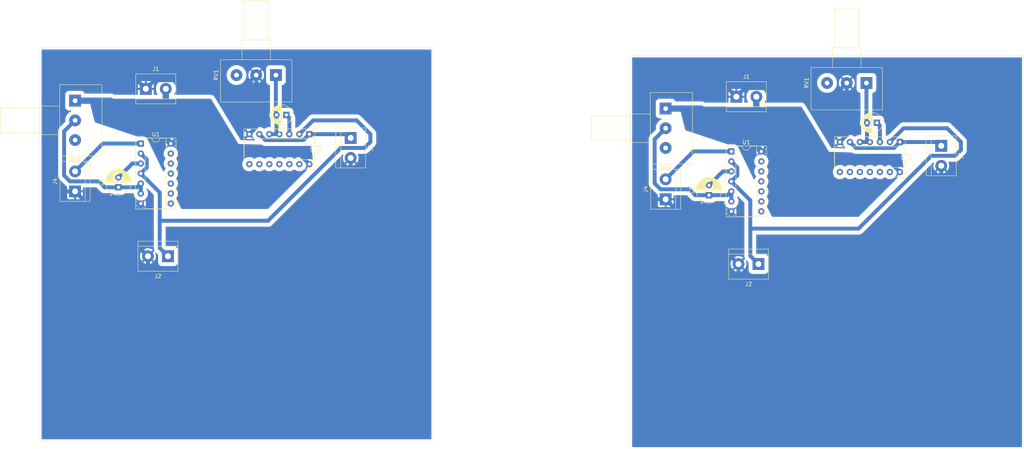
<source format=kicad_pcb>
(kicad_pcb (version 20241229) (generator "pcbnew") (generator_version "9.0")
  (layers (0 "F.Cu" signal) (2 "B.Cu" signal) (13 "F.Paste" user) (15 "B.Paste" user) (5 "F.SilkS" user "F.Silkscreen") (7 "B.SilkS" user "B.Silkscreen") (1 "F.Mask" user) (3 "B.Mask" user) (25 "Edge.Cuts" user))
  (net 0 "")
  (net 1 "Net-(C1-Pad1)")
  (net 2 "Net-(C1-Pad2)")
  (net 3 "Net-(C2-Pad2)")
  (net 4 "Net-(C2-Pad1)")
  (net 5 "VCC")
  (net 6 "GND")
  (net 7 "Net-(J2-Pin_1)")
  (net 8 "Net-(J3-Pin_1)")
  (net 9 "Net-(J4-Pin_2)")
  (footprint "Potentiometer_THT:Potentiometer_Alps_RK163_Single_Horizontal" (layer "F.Cu") (at 184.5 44.5)
    (property "Reference" "RV2" (at 0 15.2 180) (layer "F.SilkS"))
    (property "Value" "5k")
    (pad "1" thru_hole rect (at 0 0 180) (size 3 3) (drill 1.2) (layers "*.Cu" "*.Mask") (net 5 "VCC"))
    (pad "2" thru_hole circle (at 0 5 180) (size 3 3) (drill 1.2) (layers "*.Cu" "*.Mask") (net 1 "Net-(C1-Pad1)"))
    (pad "3" thru_hole circle (at 0 10 180) (size 3 3) (drill 1.2) (layers "*.Cu" "*.Mask"))
  )
  (footprint "TerminalBlock:TerminalBlock_bornier-2_P5.08mm" (layer "F.Cu") (at 104.5 51.96 -90)
    (property "Reference" "J3" (at 2.54 -5.08 90) (layer "F.SilkS"))
    (property "Value" "Conn_01x02")
    (pad "1" thru_hole rect (at 0 0 270) (size 3 3) (drill 1.52) (layers "*.Cu" "*.Mask") (net 8 "Net-(J3-Pin_1)"))
    (pad "2" thru_hole circle (at 5.08 0 270) (size 3 3) (drill 1.52) (layers "*.Cu" "*.Mask") (net 6 "GND"))
  )
  (footprint "Capacitor_THT:CP_Radial_D6.3mm_P2.50mm" (layer "F.Cu") (at 45.5 64.5 90)
    (property "Reference" "C1" (at 1.25 -4.4 90) (layer "F.SilkS"))
    (property "Value" "100uF")
    (pad "1" thru_hole rect (at 0 0 90) (size 1.6 1.6) (drill 0.8) (layers "*.Cu" "*.Mask") (net 1 "Net-(C1-Pad1)"))
    (pad "2" thru_hole circle (at 2.5 0 90) (size 1.6 1.6) (drill 0.8) (layers "*.Cu" "*.Mask") (net 2 "Net-(C1-Pad2)"))
  )
  (footprint "Package_DIP:DIP-14_W7.62mm_Socket" (layer "F.Cu") (at 51.19 53.385)
    (property "Reference" "U1" (at 3.81 -2.33 0) (layer "F.SilkS"))
    (property "Value" "4001")
    (pad "1" thru_hole roundrect (at 0 0) (size 1.6 1.6) (drill 0.8) (layers "*.Cu" "*.Mask") (roundrect_rratio 0.15625) (net 9 "Net-(J4-Pin_2)"))
    (pad "2" thru_hole circle (at 0 2.54) (size 1.6 1.6) (drill 0.8) (layers "*.Cu" "*.Mask") (net 7 "Net-(J2-Pin_1)"))
    (pad "3" thru_hole circle (at 0 5.08) (size 1.6 1.6) (drill 0.8) (layers "*.Cu" "*.Mask") (net 2 "Net-(C1-Pad2)"))
    (pad "4" thru_hole circle (at 0 7.62) (size 1.6 1.6) (drill 0.8) (layers "*.Cu" "*.Mask") (net 7 "Net-(J2-Pin_1)"))
    (pad "5" thru_hole circle (at 0 10.16) (size 1.6 1.6) (drill 0.8) (layers "*.Cu" "*.Mask") (net 1 "Net-(C1-Pad1)"))
    (pad "6" thru_hole circle (at 0 12.7) (size 1.6 1.6) (drill 0.8) (layers "*.Cu" "*.Mask") (net 1 "Net-(C1-Pad1)"))
    (pad "7" thru_hole circle (at 0 15.24) (size 1.6 1.6) (drill 0.8) (layers "*.Cu" "*.Mask") (net 6 "GND"))
    (pad "8" thru_hole circle (at 7.62 15.24) (size 1.6 1.6) (drill 0.8) (layers "*.Cu" "*.Mask"))
    (pad "9" thru_hole circle (at 7.62 12.7) (size 1.6 1.6) (drill 0.8) (layers "*.Cu" "*.Mask"))
    (pad "10" thru_hole circle (at 7.62 10.16) (size 1.6 1.6) (drill 0.8) (layers "*.Cu" "*.Mask"))
    (pad "11" thru_hole circle (at 7.62 7.62) (size 1.6 1.6) (drill 0.8) (layers "*.Cu" "*.Mask"))
    (pad "12" thru_hole circle (at 7.62 5.08) (size 1.6 1.6) (drill 0.8) (layers "*.Cu" "*.Mask"))
    (pad "13" thru_hole circle (at 7.62 2.54) (size 1.6 1.6) (drill 0.8) (layers "*.Cu" "*.Mask"))
    (pad "14" thru_hole circle (at 7.62 0) (size 1.6 1.6) (drill 0.8) (layers "*.Cu" "*.Mask") (net 5 "VCC"))
  )
  (footprint "TerminalBlock:TerminalBlock_bornier-2_P5.08mm" (layer "F.Cu") (at 34.5 65.54 90)
    (property "Reference" "J4" (at 2.54 -5.08 90) (layer "F.SilkS"))
    (property "Value" "Conn_01x02")
    (pad "1" thru_hole rect (at 0 0 90) (size 3 3) (drill 1.52) (layers "*.Cu" "*.Mask") (net 6 "GND"))
    (pad "2" thru_hole circle (at 5.08 0 90) (size 3 3) (drill 1.52) (layers "*.Cu" "*.Mask") (net 9 "Net-(J4-Pin_2)"))
  )
  (footprint "Capacitor_THT:CP_Radial_D5.0mm_P2.50mm" (layer "F.Cu") (at 88.161112 46.119 180)
    (property "Reference" "C2" (at 1.25 -3.75 0) (layer "F.SilkS"))
    (property "Value" "10uF")
    (pad "1" thru_hole rect (at 0 0 180) (size 1.6 1.6) (drill 0.8) (layers "*.Cu" "*.Mask") (net 4 "Net-(C2-Pad1)"))
    (pad "2" thru_hole circle (at 2.5 0 180) (size 1.6 1.6) (drill 0.8) (layers "*.Cu" "*.Mask") (net 3 "Net-(C2-Pad2)"))
  )
  (footprint "Capacitor_THT:CP_Radial_D5.0mm_P2.50mm" (layer "F.Cu") (at 238.161112 48.119 180)
    (property "Reference" "C2" (at 1.25 -3.75 0) (layer "F.SilkS"))
    (property "Value" "10uF")
    (pad "1" thru_hole rect (at 0 0 180) (size 1.6 1.6) (drill 0.8) (layers "*.Cu" "*.Mask") (net 4 "Net-(C2-Pad1)"))
    (pad "2" thru_hole circle (at 2.5 0 180) (size 1.6 1.6) (drill 0.8) (layers "*.Cu" "*.Mask") (net 3 "Net-(C2-Pad2)"))
  )
  (footprint "TerminalBlock:TerminalBlock_bornier-2_P5.08mm" (layer "F.Cu") (at 184.5 67.54 90)
    (property "Reference" "J4" (at 2.54 -5.08 90) (layer "F.SilkS"))
    (property "Value" "Conn_01x02")
    (pad "1" thru_hole rect (at 0 0 90) (size 3 3) (drill 1.52) (layers "*.Cu" "*.Mask") (net 6 "GND"))
    (pad "2" thru_hole circle (at 5.08 0 90) (size 3 3) (drill 1.52) (layers "*.Cu" "*.Mask") (net 9 "Net-(J4-Pin_2)"))
  )
  (footprint "TerminalBlock:TerminalBlock_bornier-2_P5.08mm" (layer "F.Cu") (at 254.5 53.96 -90)
    (property "Reference" "J3" (at 2.54 -5.08 90) (layer "F.SilkS"))
    (property "Value" "Conn_01x02")
    (pad "1" thru_hole rect (at 0 0 270) (size 3 3) (drill 1.52) (layers "*.Cu" "*.Mask") (net 8 "Net-(J3-Pin_1)"))
    (pad "2" thru_hole circle (at 5.08 0 270) (size 3 3) (drill 1.52) (layers "*.Cu" "*.Mask") (net 6 "GND"))
  )
  (footprint "TerminalBlock:TerminalBlock_bornier-2_P5.08mm" (layer "F.Cu") (at 202.46 41.5)
    (property "Reference" "J1" (at 2.54 -5.08 0) (layer "F.SilkS"))
    (property "Value" "Conn_01x02")
    (pad "1" thru_hole rect (at 0 0) (size 3 3) (drill 1.52) (layers "*.Cu" "*.Mask") (net 6 "GND"))
    (pad "2" thru_hole circle (at 5.08 0) (size 3 3) (drill 1.52) (layers "*.Cu" "*.Mask") (net 5 "VCC"))
  )
  (footprint "Potentiometer_THT:Potentiometer_Alps_RK163_Single_Horizontal" (layer "F.Cu") (at 34.5 42.5)
    (property "Reference" "RV2" (at 0 15.2 180) (layer "F.SilkS"))
    (property "Value" "5k")
    (pad "1" thru_hole rect (at 0 0 180) (size 3 3) (drill 1.2) (layers "*.Cu" "*.Mask") (net 5 "VCC"))
    (pad "2" thru_hole circle (at 0 5 180) (size 3 3) (drill 1.2) (layers "*.Cu" "*.Mask") (net 1 "Net-(C1-Pad1)"))
    (pad "3" thru_hole circle (at 0 10 180) (size 3 3) (drill 1.2) (layers "*.Cu" "*.Mask"))
  )
  (footprint "Package_DIP:DIP-14_W7.62mm_Socket" (layer "F.Cu") (at 94.001 50.999 -90)
    (property "Reference" "U3" (at 3.81 -2.33 90) (layer "F.SilkS"))
    (property "Value" "74HC00")
    (pad "1" thru_hole roundrect (at 0 0 270) (size 1.6 1.6) (drill 0.8) (layers "*.Cu" "*.Mask") (roundrect_rratio 0.15625) (net 8 "Net-(J3-Pin_1)"))
    (pad "2" thru_hole circle (at 0 2.54 270) (size 1.6 1.6) (drill 0.8) (layers "*.Cu" "*.Mask") (net 7 "Net-(J2-Pin_1)"))
    (pad "3" thru_hole circle (at 0 5.08 270) (size 1.6 1.6) (drill 0.8) (layers "*.Cu" "*.Mask") (net 4 "Net-(C2-Pad1)"))
    (pad "4" thru_hole circle (at 0 7.62 270) (size 1.6 1.6) (drill 0.8) (layers "*.Cu" "*.Mask") (net 3 "Net-(C2-Pad2)"))
    (pad "5" thru_hole circle (at 0 10.16 270) (size 1.6 1.6) (drill 0.8) (layers "*.Cu" "*.Mask") (net 3 "Net-(C2-Pad2)"))
    (pad "6" thru_hole circle (at 0 12.7 270) (size 1.6 1.6) (drill 0.8) (layers "*.Cu" "*.Mask") (net 8 "Net-(J3-Pin_1)"))
    (pad "7" thru_hole circle (at 0 15.24 270) (size 1.6 1.6) (drill 0.8) (layers "*.Cu" "*.Mask") (net 6 "GND"))
    (pad "8" thru_hole circle (at 7.62 15.24 270) (size 1.6 1.6) (drill 0.8) (layers "*.Cu" "*.Mask"))
    (pad "9" thru_hole circle (at 7.62 12.7 270) (size 1.6 1.6) (drill 0.8) (layers "*.Cu" "*.Mask"))
    (pad "10" thru_hole circle (at 7.62 10.16 270) (size 1.6 1.6) (drill 0.8) (layers "*.Cu" "*.Mask"))
    (pad "11" thru_hole circle (at 7.62 7.62 270) (size 1.6 1.6) (drill 0.8) (layers "*.Cu" "*.Mask"))
    (pad "12" thru_hole circle (at 7.62 5.08 270) (size 1.6 1.6) (drill 0.8) (layers "*.Cu" "*.Mask"))
    (pad "13" thru_hole circle (at 7.62 2.54 270) (size 1.6 1.6) (drill 0.8) (layers "*.Cu" "*.Mask"))
    (pad "14" thru_hole circle (at 7.62 0 270) (size 1.6 1.6) (drill 0.8) (layers "*.Cu" "*.Mask") (net 5 "VCC"))
  )
  (footprint "Potentiometer_THT:Potentiometer_Alps_RK163_Single_Horizontal" (layer "F.Cu") (at 85.5 36 -90)
    (property "Reference" "RV1" (at 0 15.2 90) (layer "F.SilkS"))
    (property "Value" "5k")
    (pad "1" thru_hole rect (at 0 0 90) (size 3 3) (drill 1.2) (layers "*.Cu" "*.Mask") (net 3 "Net-(C2-Pad2)"))
    (pad "2" thru_hole circle (at 0 5 90) (size 3 3) (drill 1.2) (layers "*.Cu" "*.Mask") (net 6 "GND"))
    (pad "3" thru_hole circle (at 0 10 90) (size 3 3) (drill 1.2) (layers "*.Cu" "*.Mask"))
  )
  (footprint "TerminalBlock:TerminalBlock_bornier-2_P5.08mm" (layer "F.Cu") (at 208.08 84 180)
    (property "Reference" "J2" (at 2.54 -5.08 0) (layer "F.SilkS"))
    (property "Value" "Conn_01x02")
    (pad "1" thru_hole rect (at 0 0 180) (size 3 3) (drill 1.52) (layers "*.Cu" "*.Mask") (net 7 "Net-(J2-Pin_1)"))
    (pad "2" thru_hole circle (at 5.08 0 180) (size 3 3) (drill 1.52) (layers "*.Cu" "*.Mask") (net 6 "GND"))
  )
  (footprint "Package_DIP:DIP-14_W7.62mm_Socket" (layer "F.Cu") (at 244.001 52.999 -90)
    (property "Reference" "U3" (at 3.81 -2.33 90) (layer "F.SilkS"))
    (property "Value" "74HC00")
    (pad "1" thru_hole roundrect (at 0 0 270) (size 1.6 1.6) (drill 0.8) (layers "*.Cu" "*.Mask") (roundrect_rratio 0.15625) (net 8 "Net-(J3-Pin_1)"))
    (pad "2" thru_hole circle (at 0 2.54 270) (size 1.6 1.6) (drill 0.8) (layers "*.Cu" "*.Mask") (net 7 "Net-(J2-Pin_1)"))
    (pad "3" thru_hole circle (at 0 5.08 270) (size 1.6 1.6) (drill 0.8) (layers "*.Cu" "*.Mask") (net 4 "Net-(C2-Pad1)"))
    (pad "4" thru_hole circle (at 0 7.62 270) (size 1.6 1.6) (drill 0.8) (layers "*.Cu" "*.Mask") (net 3 "Net-(C2-Pad2)"))
    (pad "5" thru_hole circle (at 0 10.16 270) (size 1.6 1.6) (drill 0.8) (layers "*.Cu" "*.Mask") (net 3 "Net-(C2-Pad2)"))
    (pad "6" thru_hole circle (at 0 12.7 270) (size 1.6 1.6) (drill 0.8) (layers "*.Cu" "*.Mask") (net 8 "Net-(J3-Pin_1)"))
    (pad "7" thru_hole circle (at 0 15.24 270) (size 1.6 1.6) (drill 0.8) (layers "*.Cu" "*.Mask") (net 6 "GND"))
    (pad "8" thru_hole circle (at 7.62 15.24 270) (size 1.6 1.6) (drill 0.8) (layers "*.Cu" "*.Mask"))
    (pad "9" thru_hole circle (at 7.62 12.7 270) (size 1.6 1.6) (drill 0.8) (layers "*.Cu" "*.Mask"))
    (pad "10" thru_hole circle (at 7.62 10.16 270) (size 1.6 1.6) (drill 0.8) (layers "*.Cu" "*.Mask"))
    (pad "11" thru_hole circle (at 7.62 7.62 270) (size 1.6 1.6) (drill 0.8) (layers "*.Cu" "*.Mask"))
    (pad "12" thru_hole circle (at 7.62 5.08 270) (size 1.6 1.6) (drill 0.8) (layers "*.Cu" "*.Mask"))
    (pad "13" thru_hole circle (at 7.62 2.54 270) (size 1.6 1.6) (drill 0.8) (layers "*.Cu" "*.Mask"))
    (pad "14" thru_hole circle (at 7.62 0 270) (size 1.6 1.6) (drill 0.8) (layers "*.Cu" "*.Mask") (net 5 "VCC"))
  )
  (footprint "TerminalBlock:TerminalBlock_bornier-2_P5.08mm" (layer "F.Cu") (at 52.46 39.5)
    (property "Reference" "J1" (at 2.54 -5.08 0) (layer "F.SilkS"))
    (property "Value" "Conn_01x02")
    (pad "1" thru_hole rect (at 0 0) (size 3 3) (drill 1.52) (layers "*.Cu" "*.Mask") (net 6 "GND"))
    (pad "2" thru_hole circle (at 5.08 0) (size 3 3) (drill 1.52) (layers "*.Cu" "*.Mask") (net 5 "VCC"))
  )
  (footprint "Package_DIP:DIP-14_W7.62mm_Socket" (layer "F.Cu") (at 201.19 55.385)
    (property "Reference" "U1" (at 3.81 -2.33 0) (layer "F.SilkS"))
    (property "Value" "4001")
    (pad "1" thru_hole roundrect (at 0 0) (size 1.6 1.6) (drill 0.8) (layers "*.Cu" "*.Mask") (roundrect_rratio 0.15625) (net 9 "Net-(J4-Pin_2)"))
    (pad "2" thru_hole circle (at 0 2.54) (size 1.6 1.6) (drill 0.8) (layers "*.Cu" "*.Mask") (net 7 "Net-(J2-Pin_1)"))
    (pad "3" thru_hole circle (at 0 5.08) (size 1.6 1.6) (drill 0.8) (layers "*.Cu" "*.Mask") (net 2 "Net-(C1-Pad2)"))
    (pad "4" thru_hole circle (at 0 7.62) (size 1.6 1.6) (drill 0.8) (layers "*.Cu" "*.Mask") (net 7 "Net-(J2-Pin_1)"))
    (pad "5" thru_hole circle (at 0 10.16) (size 1.6 1.6) (drill 0.8) (layers "*.Cu" "*.Mask") (net 1 "Net-(C1-Pad1)"))
    (pad "6" thru_hole circle (at 0 12.7) (size 1.6 1.6) (drill 0.8) (layers "*.Cu" "*.Mask") (net 1 "Net-(C1-Pad1)"))
    (pad "7" thru_hole circle (at 0 15.24) (size 1.6 1.6) (drill 0.8) (layers "*.Cu" "*.Mask") (net 6 "GND"))
    (pad "8" thru_hole circle (at 7.62 15.24) (size 1.6 1.6) (drill 0.8) (layers "*.Cu" "*.Mask"))
    (pad "9" thru_hole circle (at 7.62 12.7) (size 1.6 1.6) (drill 0.8) (layers "*.Cu" "*.Mask"))
    (pad "10" thru_hole circle (at 7.62 10.16) (size 1.6 1.6) (drill 0.8) (layers "*.Cu" "*.Mask"))
    (pad "11" thru_hole circle (at 7.62 7.62) (size 1.6 1.6) (drill 0.8) (layers "*.Cu" "*.Mask"))
    (pad "12" thru_hole circle (at 7.62 5.08) (size 1.6 1.6) (drill 0.8) (layers "*.Cu" "*.Mask"))
    (pad "13" thru_hole circle (at 7.62 2.54) (size 1.6 1.6) (drill 0.8) (layers "*.Cu" "*.Mask"))
    (pad "14" thru_hole circle (at 7.62 0) (size 1.6 1.6) (drill 0.8) (layers "*.Cu" "*.Mask") (net 5 "VCC"))
  )
  (footprint "Potentiometer_THT:Potentiometer_Alps_RK163_Single_Horizontal" (layer "F.Cu") (at 235.5 38 -90)
    (property "Reference" "RV1" (at 0 15.2 90) (layer "F.SilkS"))
    (property "Value" "5k")
    (pad "1" thru_hole rect (at 0 0 90) (size 3 3) (drill 1.2) (layers "*.Cu" "*.Mask") (net 3 "Net-(C2-Pad2)"))
    (pad "2" thru_hole circle (at 0 5 90) (size 3 3) (drill 1.2) (layers "*.Cu" "*.Mask") (net 6 "GND"))
    (pad "3" thru_hole circle (at 0 10 90) (size 3 3) (drill 1.2) (layers "*.Cu" "*.Mask"))
  )
  (footprint "TerminalBlock:TerminalBlock_bornier-2_P5.08mm" (layer "F.Cu") (at 58.08 82 180)
    (property "Reference" "J2" (at 2.54 -5.08 0) (layer "F.SilkS"))
    (property "Value" "Conn_01x02")
    (pad "1" thru_hole rect (at 0 0 180) (size 3 3) (drill 1.52) (layers "*.Cu" "*.Mask") (net 7 "Net-(J2-Pin_1)"))
    (pad "2" thru_hole circle (at 5.08 0 180) (size 3 3) (drill 1.52) (layers "*.Cu" "*.Mask") (net 6 "GND"))
  )
  (footprint "Capacitor_THT:CP_Radial_D6.3mm_P2.50mm" (layer "F.Cu") (at 195.5 66.5 90)
    (property "Reference" "C1" (at 1.25 -4.4 90) (layer "F.SilkS"))
    (property "Value" "100uF")
    (pad "1" thru_hole rect (at 0 0 90) (size 1.6 1.6) (drill 0.8) (layers "*.Cu" "*.Mask") (net 1 "Net-(C1-Pad1)"))
    (pad "2" thru_hole circle (at 2.5 0 90) (size 1.6 1.6) (drill 0.8) (layers "*.Cu" "*.Mask") (net 2 "Net-(C1-Pad2)"))
  )
  (gr_rect (start 25.5 29) (end 125.5 129) (stroke (width 0.05)) (fill no) (layer "Edge.Cuts"))
  (gr_rect (start 175.5 31) (end 275.5 131) (stroke (width 0.05)) (fill no) (layer "Edge.Cuts"))
  (segment (start 31.701 50.299) (end 31.701 61.5) (width 1) (layer "B.Cu") (net 1))
  (segment (start 40.5 63) (end 42 64.5) (width 1) (layer "B.Cu") (net 1))
  (segment (start 200.235 66.5) (end 201.19 65.545) (width 1) (layer "B.Cu") (net 1))
  (segment (start 42 64.5) (end 45.5 64.5) (width 1) (layer "B.Cu") (net 1))
  (segment (start 45.5 64.5) (end 50.235 64.5) (width 1) (layer "B.Cu") (net 1))
  (segment (start 181.701 52.299) (end 181.701 63.5) (width 1) (layer "B.Cu") (net 1))
  (segment (start 51.19 66.085) (end 51.19 63.545) (width 1) (layer "B.Cu") (net 1))
  (segment (start 183.201 65) (end 190.5 65) (width 1) (layer "B.Cu") (net 1))
  (segment (start 50.235 64.5) (end 51.19 63.545) (width 1) (layer "B.Cu") (net 1))
  (segment (start 184.5 49.5) (end 181.701 52.299) (width 1) (layer "B.Cu") (net 1))
  (segment (start 190.5 65) (end 192 66.5) (width 1) (layer "B.Cu") (net 1))
  (segment (start 201.19 68.085) (end 201.19 65.545) (width 1) (layer "B.Cu") (net 1))
  (segment (start 181.701 63.5) (end 183.201 65) (width 1) (layer "B.Cu") (net 1))
  (segment (start 195.5 66.5) (end 200.235 66.5) (width 1) (layer "B.Cu") (net 1))
  (segment (start 34.5 47.5) (end 31.701 50.299) (width 1) (layer "B.Cu") (net 1))
  (segment (start 192 66.5) (end 195.5 66.5) (width 1) (layer "B.Cu") (net 1))
  (segment (start 31.701 61.5) (end 33.201 63) (width 1) (layer "B.Cu") (net 1))
  (segment (start 33.201 63) (end 40.5 63) (width 1) (layer "B.Cu") (net 1))
  (segment (start 49.035 58.465) (end 45.5 62) (width 1) (layer "B.Cu") (net 2))
  (segment (start 51.19 58.465) (end 49.035 58.465) (width 1) (layer "B.Cu") (net 2))
  (segment (start 199.035 60.465) (end 195.5 64) (width 1) (layer "B.Cu") (net 2))
  (segment (start 201.19 60.465) (end 199.035 60.465) (width 1) (layer "B.Cu") (net 2))
  (segment (start 85.661112 50.279112) (end 86.381 50.999) (width 1) (layer "B.Cu") (net 3))
  (segment (start 85.661112 46.119) (end 85.661112 50.279112) (width 1) (layer "B.Cu") (net 3))
  (segment (start 236.381 52.999) (end 233.841 52.999) (width 1) (layer "B.Cu") (net 3))
  (segment (start 235.5 47.957888) (end 235.661112 48.119) (width 1) (layer "B.Cu") (net 3))
  (segment (start 85.5 36) (end 85.5 45.957888) (width 1) (layer "B.Cu") (net 3))
  (segment (start 235.5 38) (end 235.5 47.957888) (width 1) (layer "B.Cu") (net 3))
  (segment (start 235.661112 52.279112) (end 236.381 52.999) (width 1) (layer "B.Cu") (net 3))
  (segment (start 86.381 50.999) (end 83.841 50.999) (width 1) (layer "B.Cu") (net 3))
  (segment (start 235.661112 48.119) (end 235.661112 52.279112) (width 1) (layer "B.Cu") (net 3))
  (segment (start 85.5 45.957888) (end 85.661112 46.119) (width 1) (layer "B.Cu") (net 3))
  (segment (start 88.921 46.878888) (end 88.161112 46.119) (width 1) (layer "B.Cu") (net 4))
  (segment (start 238.921 52.999) (end 238.921 48.878888) (width 1) (layer "B.Cu") (net 4))
  (segment (start 88.921 50.999) (end 88.921 46.878888) (width 1) (layer "B.Cu") (net 4))
  (segment (start 238.921 48.878888) (end 238.161112 48.119) (width 1) (layer "B.Cu") (net 4))
  (segment (start 57.54 45.46) (end 55 48) (width 1.6) (layer "B.Cu") (net 5))
  (segment (start 43.5 42.5) (end 34.5 42.5) (width 1.6) (layer "B.Cu") (net 5))
  (segment (start 193.5 44.5) (end 184.5 44.5) (width 1.6) (layer "B.Cu") (net 5))
  (segment (start 57.54 39.5) (end 57.54 52.115) (width 1.6) (layer "B.Cu") (net 5))
  (segment (start 57.54 39.5) (end 57.54 45.46) (width 1.6) (layer "B.Cu") (net 5))
  (segment (start 90.382 55) (end 75.5 55) (width 1) (layer "B.Cu") (net 5))
  (segment (start 205 50) (end 199 50) (width 1.6) (layer "B.Cu") (net 5))
  (segment (start 57.54 52.115) (end 58.81 53.385) (width 1.6) (layer "B.Cu") (net 5))
  (segment (start 207.54 41.5) (end 207.54 47.46) (width 1.6) (layer "B.Cu") (net 5))
  (segment (start 225.5 57) (end 223.885 55.385) (width 1) (layer "B.Cu") (net 5))
  (segment (start 207.54 47.46) (end 205 50) (width 1.6) (layer "B.Cu") (net 5))
  (segment (start 55 48) (end 49 48) (width 1.6) (layer "B.Cu") (net 5))
  (segment (start 94.001 58.619) (end 90.382 55) (width 1) (layer "B.Cu") (net 5))
  (segment (start 240.382 57) (end 225.5 57) (width 1) (layer "B.Cu") (net 5))
  (segment (start 75.5 55) (end 73.885 53.385) (width 1) (layer "B.Cu") (net 5))
  (segment (start 73.885 53.385) (end 58.81 53.385) (width 1) (layer "B.Cu") (net 5))
  (segment (start 207.54 54.115) (end 208.81 55.385) (width 1.6) (layer "B.Cu") (net 5))
  (segment (start 199 50) (end 193.5 44.5) (width 1.6) (layer "B.Cu") (net 5))
  (segment (start 207.54 41.5) (end 207.54 54.115) (width 1.6) (layer "B.Cu") (net 5))
  (segment (start 49 48) (end 43.5 42.5) (width 1.6) (layer "B.Cu") (net 5))
  (segment (start 244.001 60.619) (end 240.382 57) (width 1) (layer "B.Cu") (net 5))
  (segment (start 223.885 55.385) (end 208.81 55.385) (width 1) (layer "B.Cu") (net 5))
  (segment (start 68.799 37.299) (end 71 39.5) (width 1) (layer "B.Cu") (net 6))
  (segment (start 184.5 67.54) (end 187.585 70.625) (width 1) (layer "B.Cu") (net 6))
  (segment (start 28.5 43) (end 35.5 36) (width 1) (layer "B.Cu") (net 6))
  (segment (start 34.5 65.54) (end 31.54 65.54) (width 1) (layer "B.Cu") (net 6))
  (segment (start 48.96 36) (end 52.46 39.5) (width 1) (layer "B.Cu") (net 6))
  (segment (start 35.5 36) (end 48.96 36) (width 1) (layer "B.Cu") (net 6))
  (segment (start 80.5 36) (end 80.5 49.26) (width 1) (layer "B.Cu") (net 6))
  (segment (start 203 90.5) (end 203 84) (width 1) (layer "B.Cu") (net 6))
  (segment (start 28 62) (end 28 43) (width 1) (layer "B.Cu") (net 6))
  (segment (start 187.585 70.625) (end 201.19 70.625) (width 1) (layer "B.Cu") (net 6))
  (segment (start 230.5 38) (end 230.5 51.26) (width 1) (layer "B.Cu") (net 6))
  (segment (start 54.5 90) (end 53 88.5) (width 1) (layer "B.Cu") (net 6))
  (segment (start 181.54 67.54) (end 178 64) (width 1) (layer "B.Cu") (net 6))
  (segment (start 184.5 67.54) (end 181.54 67.54) (width 1) (layer "B.Cu") (net 6))
  (segment (start 221 41.5) (end 227 41.5) (width 1) (layer "B.Cu") (net 6))
  (segment (start 185.5 38) (end 198.96 38) (width 1) (layer "B.Cu") (net 6))
  (segment (start 230.5 51.26) (end 228.761 52.999) (width 1) (layer "B.Cu") (net 6))
  (segment (start 204.661 39.299) (end 218.799 39.299) (width 1) (layer "B.Cu") (net 6))
  (segment (start 51.19 80.19) (end 53 82) (width 1) (layer "B.Cu") (net 6))
  (segment (start 85.5 90) (end 54.5 90) (width 1) (layer "B.Cu") (net 6))
  (segment (start 178 45) (end 178.5 45) (width 1) (layer "B.Cu") (net 6))
  (segment (start 178.5 45) (end 185.5 38) (width 1) (layer "B.Cu") (net 6))
  (segment (start 201.19 82.19) (end 203 84) (width 1) (layer "B.Cu") (net 6))
  (segment (start 34.5 65.54) (end 37.585 68.625) (width 1) (layer "B.Cu") (net 6))
  (segment (start 235.5 92) (end 204.5 92) (width 1) (layer "B.Cu") (net 6))
  (segment (start 104.5 71) (end 85.5 90) (width 1) (layer "B.Cu") (net 6))
  (segment (start 51.19 68.625) (end 51.19 80.19) (width 1) (layer "B.Cu") (net 6))
  (segment (start 31.54 65.54) (end 28 62) (width 1) (layer "B.Cu") (net 6))
  (segment (start 71 39.5) (end 77 39.5) (width 1) (layer "B.Cu") (net 6))
  (segment (start 227 41.5) (end 230.5 38) (width 1) (layer "B.Cu") (net 6))
  (segment (start 104.5 57.04) (end 104.5 71) (width 1) (layer "B.Cu") (net 6))
  (segment (start 77 39.5) (end 80.5 36) (width 1) (layer "B.Cu") (net 6))
  (segment (start 28 43) (end 28.5 43) (width 1) (layer "B.Cu") (net 6))
  (segment (start 54.661 37.299) (end 68.799 37.299) (width 1) (layer "B.Cu") (net 6))
  (segment (start 198.96 38) (end 202.46 41.5) (width 1) (layer "B.Cu") (net 6))
  (segment (start 178 64) (end 178 45) (width 1) (layer "B.Cu") (net 6))
  (segment (start 53 88.5) (end 53 82) (width 1) (layer "B.Cu") (net 6))
  (segment (start 202.46 41.5) (end 204.661 39.299) (width 1) (layer "B.Cu") (net 6))
  (segment (start 218.799 39.299) (end 221 41.5) (width 1) (layer "B.Cu") (net 6))
  (segment (start 37.585 68.625) (end 51.19 68.625) (width 1) (layer "B.Cu") (net 6))
  (segment (start 201.19 70.625) (end 201.19 82.19) (width 1) (layer "B.Cu") (net 6))
  (segment (start 254.5 73) (end 235.5 92) (width 1) (layer "B.Cu") (net 6))
  (segment (start 52.46 39.5) (end 54.661 37.299) (width 1) (layer "B.Cu") (net 6))
  (segment (start 254.5 59.04) (end 254.5 73) (width 1) (layer "B.Cu") (net 6))
  (segment (start 80.5 49.26) (end 78.761 50.999) (width 1) (layer "B.Cu") (net 6))
  (segment (start 204.5 92) (end 203 90.5) (width 1) (layer "B.Cu") (net 6))
  (segment (start 83.5 73) (end 56 73) (width 1) (layer "B.Cu") (net 7))
  (segment (start 109.5 53) (end 108 54.5) (width 1) (layer "B.Cu") (net 7))
  (segment (start 51.19 61.005) (end 56 65.815) (width 1) (layer "B.Cu") (net 7))
  (segment (start 256 49.5) (end 259.5 53) (width 1) (layer "B.Cu") (net 7))
  (segment (start 102 54.5) (end 83.5 73) (width 1) (layer "B.Cu") (net 7))
  (segment (start 252 56.5) (end 233.5 75) (width 1) (layer "B.Cu") (net 7))
  (segment (start 52.691 57.426) (end 52.691 59.504) (width 1) (layer "B.Cu") (net 7))
  (segment (start 51.19 55.925) (end 52.691 57.426) (width 1) (layer "B.Cu") (net 7))
  (segment (start 202.691 59.426) (end 202.691 61.504) (width 1) (layer "B.Cu") (net 7))
  (segment (start 109.5 51) (end 109.5 53) (width 1) (layer "B.Cu") (net 7))
  (segment (start 106 47.5) (end 109.5 51) (width 1) (layer "B.Cu") (net 7))
  (segment (start 241.461 52.999) (end 244.96 49.5) (width 1) (layer "B.Cu") (net 7))
  (segment (start 233.5 75) (end 206 75) (width 1) (layer "B.Cu") (net 7))
  (segment (start 94.96 47.5) (end 106 47.5) (width 1) (layer "B.Cu") (net 7))
  (segment (start 201.19 57.925) (end 202.691 59.426) (width 1) (layer "B.Cu") (net 7))
  (segment (start 259.5 53) (end 259.5 55) (width 1) (layer "B.Cu") (net 7))
  (segment (start 206 75) (end 206 81.92) (width 1) (layer "B.Cu") (net 7))
  (segment (start 206 67.815) (end 206 75) (width 1) (layer "B.Cu") (net 7))
  (segment (start 56 79.92) (end 58.08 82) (width 1) (layer "B.Cu") (net 7))
  (segment (start 56 65.815) (end 56 73) (width 1) (layer "B.Cu") (net 7))
  (segment (start 91.461 50.999) (end 94.96 47.5) (width 1) (layer "B.Cu") (net 7))
  (segment (start 201.19 63.005) (end 206 67.815) (width 1) (layer "B.Cu") (net 7))
  (segment (start 244.96 49.5) (end 256 49.5) (width 1) (layer "B.Cu") (net 7))
  (segment (start 56 73) (end 56 79.92) (width 1) (layer "B.Cu") (net 7))
  (segment (start 258 56.5) (end 252 56.5) (width 1) (layer "B.Cu") (net 7))
  (segment (start 52.691 59.504) (end 51.19 61.005) (width 1) (layer "B.Cu") (net 7))
  (segment (start 108 54.5) (end 102 54.5) (width 1) (layer "B.Cu") (net 7))
  (segment (start 202.691 61.504) (end 201.19 63.005) (width 1) (layer "B.Cu") (net 7))
  (segment (start 259.5 55) (end 258 56.5) (width 1) (layer "B.Cu") (net 7))
  (segment (start 206 81.92) (end 208.08 84) (width 1) (layer "B.Cu") (net 7))
  (segment (start 244.001 52.999) (end 253.539 52.999) (width 1) (layer "B.Cu") (net 8))
  (segment (start 94.001 50.999) (end 92.5 52.5) (width 1) (layer "B.Cu") (net 8))
  (segment (start 232.802 54.5) (end 231.301 52.999) (width 1) (layer "B.Cu") (net 8))
  (segment (start 103.539 50.999) (end 104.5 51.96) (width 1) (layer "B.Cu") (net 8))
  (segment (start 94.001 50.999) (end 103.539 50.999) (width 1) (layer "B.Cu") (net 8))
  (segment (start 92.5 52.5) (end 82.802 52.5) (width 1) (layer "B.Cu") (net 8))
  (segment (start 82.802 52.5) (end 81.301 50.999) (width 1) (layer "B.Cu") (net 8))
  (segment (start 244.001 52.999) (end 242.5 54.5) (width 1) (layer "B.Cu") (net 8))
  (segment (start 242.5 54.5) (end 232.802 54.5) (width 1) (layer "B.Cu") (net 8))
  (segment (start 253.539 52.999) (end 254.5 53.96) (width 1) (layer "B.Cu") (net 8))
  (segment (start 51.19 53.385) (end 41.575 53.385) (width 1) (layer "B.Cu") (net 9))
  (segment (start 41.575 53.385) (end 34.5 60.46) (width 1) (layer "B.Cu") (net 9))
  (segment (start 191.575 55.385) (end 184.5 62.46) (width 1) (layer "B.Cu") (net 9))
  (segment (start 201.19 55.385) (end 191.575 55.385) (width 1) (layer "B.Cu") (net 9))
  (zone (net 5) (net_name "VCC") (layer "B.Cu") (priority 1) (connect_pads (clearance 0.5)) (min_thickness 0.25) (fill yes (thermal_gap 0.5) (thermal_bridge_width 0.5))
    (polygon (pts (xy 188 44) (xy 219 44) (xy 226 55.5) (xy 244.5 56) (xy 245 60.5) (xy 233.5 72) (xy 211.5 72) (xy 203 54.5) (xy 189.5 50)))
  )
  (zone (net 5) (net_name "VCC") (layer "B.Cu") (priority 1) (connect_pads (clearance 0.5)) (min_thickness 0.25) (fill yes (thermal_gap 0.5) (thermal_bridge_width 0.5))
    (polygon (pts (xy 38 42) (xy 69 42) (xy 76 53.5) (xy 94.5 54) (xy 95 58.5) (xy 83.5 70) (xy 61.5 70) (xy 53 52.5) (xy 39.5 48)))
  )
  (zone (net 6) (net_name "GND") (layer "B.Cu") (connect_pads (clearance 0.5)) (min_thickness 0.25) (fill yes (thermal_gap 0.5) (thermal_bridge_width 0.5))
    (polygon (pts (xy 175.5 31) (xy 275.5 31) (xy 275.5 131) (xy 175.5 131)))
  )
  (zone (net 6) (net_name "GND") (layer "B.Cu") (connect_pads (clearance 0.5)) (min_thickness 0.25) (fill yes (thermal_gap 0.5) (thermal_bridge_width 0.5))
    (polygon (pts (xy 25.5 29) (xy 125.5 29) (xy 125.5 129) (xy 25.5 129)))
  )
)
</source>
